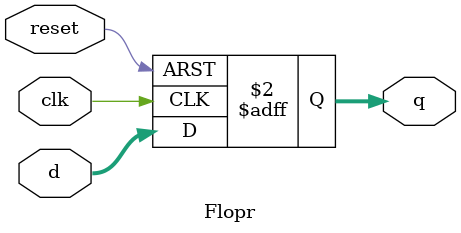
<source format=v>
`timescale 1ns / 1ps

module Flopr
#(parameter WIDTH = 8)
(	
	input 			  clk,reset,
	input [WIDTH-1:0] d,
	
	output reg [WIDTH-1:0] q
);

always@(posedge clk or posedge reset)
begin
	if (reset)
		q <= #1 0;
	else
		q <= #1 d;
end	

endmodule
</source>
